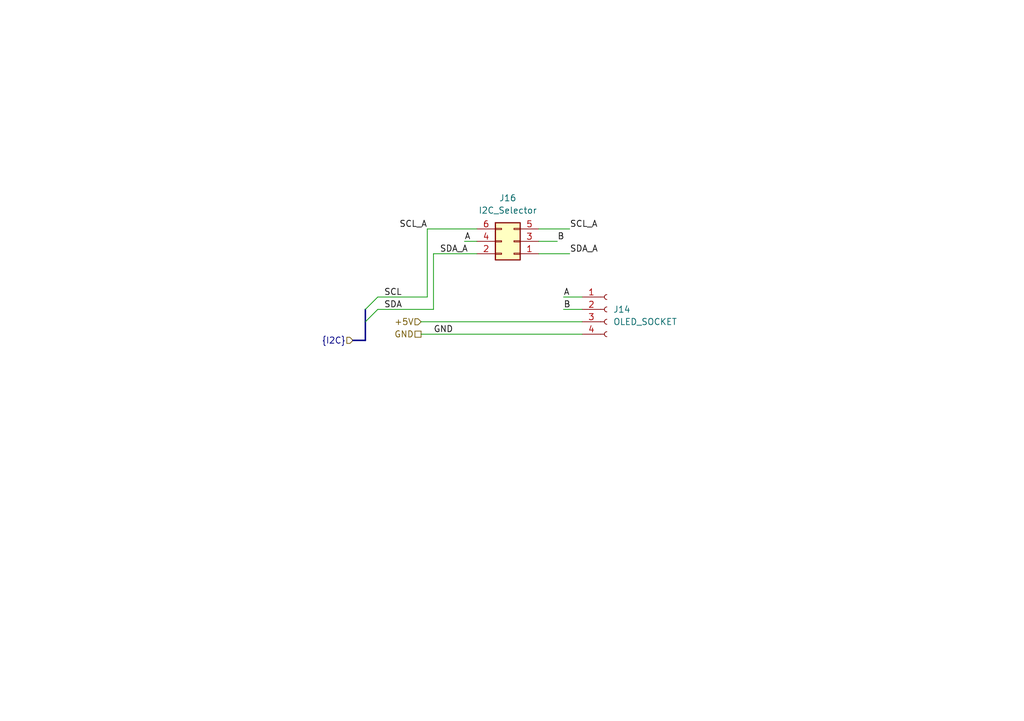
<source format=kicad_sch>
(kicad_sch (version 20231120) (generator "eeschema") (generator_version "8.0")
  (paper "A5")
  (title_block (title "OLED connector") (date "2024-04-17") (rev "1.0"))
  (lib_symbols
    (symbol "Connector:Conn_01x04_Socket" (pin_names (offset 1.016) hide)
      (property "Reference" "J" (at 0 5.08 0))
      (property "Value" "Conn_01x04_Socket" (at 0 -7.62 0))
      (symbol "Conn_01x04_Socket_1_1"
        (arc (start 0 -4.572) (mid -0.5058 -5.08) (end 0 -5.588) (stroke (width 0.1524)))
        (arc (start 0 -2.032) (mid -0.5058 -2.54) (end 0 -3.048) (stroke (width 0.1524)))
        (polyline (pts (xy -1.27 -5.08) (xy -0.508 -5.08)) (stroke (width 0.1524)))
        (polyline (pts (xy -1.27 -2.54) (xy -0.508 -2.54)) (stroke (width 0.1524)))
        (polyline (pts (xy -1.27 0) (xy -0.508 0)) (stroke (width 0.1524)))
        (polyline (pts (xy -1.27 2.54) (xy -0.508 2.54)) (stroke (width 0.1524)))
        (arc (start 0 0.508) (mid -0.5058 0) (end 0 -0.508) (stroke (width 0.1524)))
        (arc (start 0 3.048) (mid -0.5058 2.54) (end 0 2.032) (stroke (width 0.1524)))
        (pin passive line (at -5.08 2.54 0) (length 3.81) (name "Pin_1") (number "1"))
        (pin passive line (at -5.08 0 0) (length 3.81) (name "Pin_2") (number "2"))
        (pin passive line (at -5.08 -2.54 0) (length 3.81) (name "Pin_3") (number "3"))
        (pin passive line (at -5.08 -5.08 0) (length 3.81) (name "Pin_4") (number "4"))
      )
    )
    (symbol "Connector_Generic:Conn_02x03_Odd_Even" (pin_names (offset 1.016) hide)
      (property "Reference" "J" (at 1.27 5.08 0))
      (property "Value" "Conn_02x03_Odd_Even" (at 1.27 -5.08 0))
      (symbol "Conn_02x03_Odd_Even_1_1"
        (rectangle (start -1.27 -2.413) (end 0 -2.667) (stroke (width 0.1524)))
        (rectangle (start -1.27 0.127) (end 0 -0.127) (stroke (width 0.1524)))
        (rectangle (start -1.27 2.667) (end 0 2.413) (stroke (width 0.1524)))
        (rectangle (start -1.27 3.81) (end 3.81 -3.81) (stroke (width 0.254)) (fill (type background)))
        (rectangle (start 3.81 -2.413) (end 2.54 -2.667) (stroke (width 0.1524)))
        (rectangle (start 3.81 0.127) (end 2.54 -0.127) (stroke (width 0.1524)))
        (rectangle (start 3.81 2.667) (end 2.54 2.413) (stroke (width 0.1524)))
        (pin passive line (at -5.08 2.54 0) (length 3.81) (name "Pin_1") (number "1"))
        (pin passive line (at 7.62 2.54 180) (length 3.81) (name "Pin_2") (number "2"))
        (pin passive line (at -5.08 0 0) (length 3.81) (name "Pin_3") (number "3"))
        (pin passive line (at 7.62 0 180) (length 3.81) (name "Pin_4") (number "4"))
        (pin passive line (at -5.08 -2.54 0) (length 3.81) (name "Pin_5") (number "5"))
        (pin passive line (at 7.62 -2.54 180) (length 3.81) (name "Pin_6") (number "6"))
      )
    )
  )
  (bus_entry (at 77.47 60.96) (size -2.54 2.54))
  (bus_entry (at 77.47 63.5) (size -2.54 2.54))
  (bus (pts (xy 74.93 66.04) (xy 74.93 63.5)))
  (bus (pts (xy 74.93 69.85) (xy 74.93 66.04)))
  (wire (pts (xy 86.36 68.58) (xy 119.38 68.58)))
  (wire (pts (xy 95.25 49.53) (xy 97.79 49.53)))
  (wire (pts (xy 87.63 60.96) (xy 87.63 46.99)))
  (wire (pts (xy 115.57 63.5) (xy 119.38 63.5)))
  (wire (pts (xy 115.57 60.96) (xy 119.38 60.96)))
  (wire (pts (xy 88.9 52.07) (xy 97.79 52.07)))
  (wire (pts (xy 110.49 52.07) (xy 116.84 52.07)))
  (wire (pts (xy 77.47 63.5) (xy 88.9 63.5)))
  (wire (pts (xy 110.49 49.53) (xy 114.3 49.53)))
  (wire (pts (xy 110.49 46.99) (xy 116.84 46.99)))
  (wire (pts (xy 77.47 60.96) (xy 87.63 60.96)))
  (bus (pts (xy 72.39 69.85) (xy 74.93 69.85)))
  (wire (pts (xy 88.9 63.5) (xy 88.9 52.07)))
  (wire (pts (xy 87.63 46.99) (xy 97.79 46.99)))
  (wire (pts (xy 86.36 66.04) (xy 119.38 66.04)))
  (label "A" (at 115.57 60.96 0))
  (label "SDA" (at 78.74 63.5 0))
  (label "A" (at 95.25 49.53 0))
  (label "B" (at 114.3 49.53 0))
  (label "SCL_A" (at 87.63 46.99 180))
  (label "SCL_A" (at 116.84 46.99 0))
  (label "SDA_A" (at 90.17 52.07 0))
  (label "SDA_A" (at 116.84 52.07 0))
  (label "B" (at 115.57 63.5 0))
  (label "GND" (at 88.9 68.58 0))
  (label "SCL" (at 78.74 60.96 0))
  (hierarchical_label "{I2C}" (shape input) (at 72.39 69.85 180))
  (hierarchical_label "GND" (shape passive) (at 86.36 68.58 180))
  (hierarchical_label "+5V" (shape input) (at 86.36 66.04 180))
  (symbol (lib_id "Connector:Conn_01x04_Socket") (at 124.46 63.5 0) (unit 1)
    (property "Reference" "J14" (at 125.73 63.4999 0) (effects (justify left)))
    (property "Value" "OLED_SOCKET" (at 125.73 66.0399 0) (effects (justify left)))
    (property "Footprint" "Connector_PinSocket_2.54mm:PinSocket_1x04_P2.54mm_Vertical" (effects (hide yes)))
    (property "Description" "Generic connector, single row, 01x04, script generated" (effects (hide yes)))
  )
  (symbol (lib_id "Connector_Generic:Conn_02x03_Odd_Even") (at 105.41 49.53 180) (unit 1)
    (property "Reference" "J16" (at 104.14 40.64 0))
    (property "Value" "I2C_Selector" (at 104.14 43.18 0))
    (property "Footprint" "Connector_PinHeader_2.54mm:PinHeader_2x03_P2.54mm_Vertical" (effects (hide yes)))
    (property "Description" "Generic connector, double row, 02x03, odd/even pin numbering scheme (row 1 odd numbers, row 2 even numbers), script generated (kicad-library-utils/schlib/autogen/connector/)" (effects (hide yes)))
  )
)
</source>
